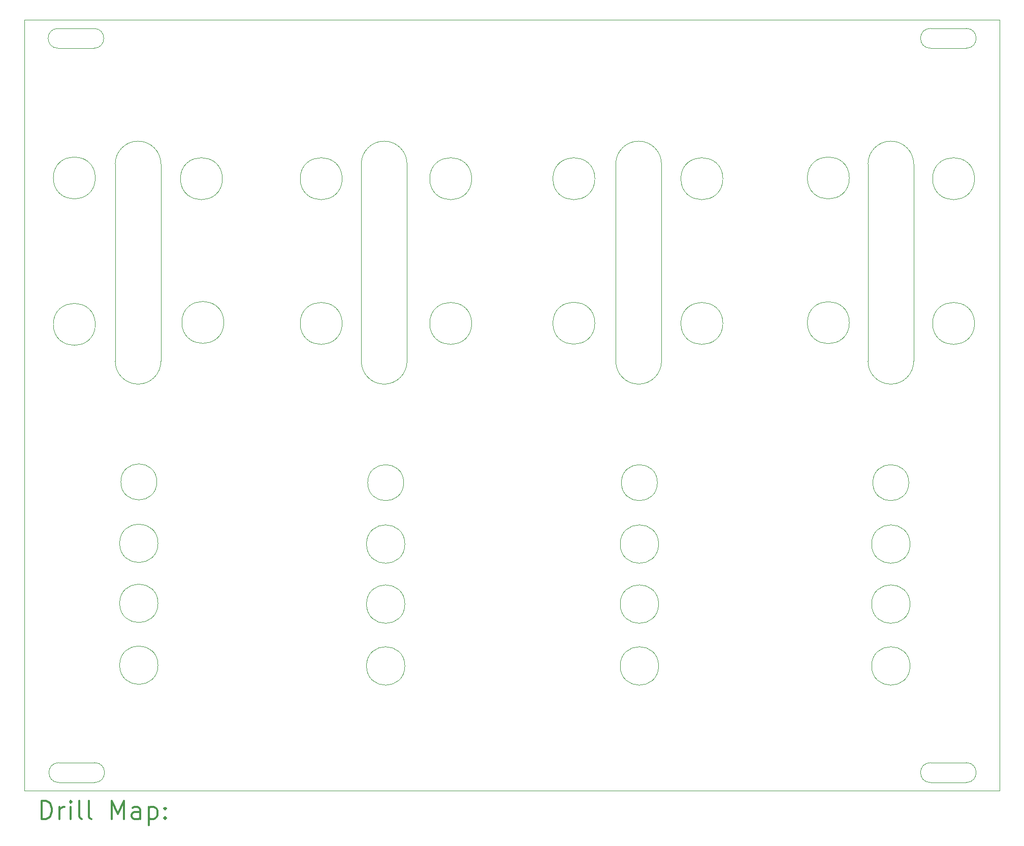
<source format=gbr>
%FSLAX45Y45*%
G04 Gerber Fmt 4.5, Leading zero omitted, Abs format (unit mm)*
G04 Created by KiCad (PCBNEW (5.1.6-0-10_14)) date 2022-01-22 16:54:04*
%MOMM*%
%LPD*%
G01*
G04 APERTURE LIST*
%TA.AperFunction,Profile*%
%ADD10C,0.050000*%
%TD*%
%ADD11C,0.200000*%
%ADD12C,0.300000*%
G04 APERTURE END LIST*
D10*
X16370300Y-18783300D02*
X15773400Y-18783300D01*
X15773400Y-18783300D02*
G75*
G02*
X15773400Y-18453100I0J165100D01*
G01*
X15773400Y-18453100D02*
X16370300Y-18453100D01*
X16370300Y-18453100D02*
G75*
G02*
X16370300Y-18783300I0J-165100D01*
G01*
X1841500Y-18783300D02*
X1244600Y-18783300D01*
X1841500Y-18453100D02*
G75*
G02*
X1841500Y-18783300I0J-165100D01*
G01*
X1244600Y-18453100D02*
X1841500Y-18453100D01*
X1244600Y-18783300D02*
G75*
G02*
X1244600Y-18453100I0J165100D01*
G01*
X16370300Y-6540500D02*
X15773400Y-6540500D01*
X16370300Y-6210300D02*
G75*
G02*
X16370300Y-6540500I0J-165100D01*
G01*
X15773400Y-6210300D02*
X16370300Y-6210300D01*
X15773400Y-6540500D02*
G75*
G02*
X15773400Y-6210300I0J165100D01*
G01*
X1231900Y-6210300D02*
X1828800Y-6210300D01*
X1828800Y-6540500D02*
X1231900Y-6540500D01*
X1231900Y-6540500D02*
G75*
G02*
X1231900Y-6210300I0J165100D01*
G01*
X1828800Y-6210300D02*
G75*
G02*
X1828800Y-6540500I0J-165100D01*
G01*
X673100Y-6070600D02*
X16929100Y-6070600D01*
X673100Y-18923000D02*
X16929100Y-18923000D01*
X673100Y-18923000D02*
X673100Y-6070600D01*
X15494000Y-8470900D02*
X15494000Y-11760200D01*
X15113000Y-8089900D02*
G75*
G02*
X15494000Y-8470900I0J-381000D01*
G01*
X14732000Y-11760200D02*
X14732000Y-8470900D01*
X14732000Y-8470900D02*
G75*
G02*
X15113000Y-8089900I381000J0D01*
G01*
X15494000Y-11760200D02*
G75*
G02*
X15113000Y-12141200I-381000J0D01*
G01*
X15113000Y-12141200D02*
G75*
G02*
X14732000Y-11760200I0J381000D01*
G01*
X11290300Y-8470900D02*
X11290300Y-11760200D01*
X10909300Y-8089900D02*
G75*
G02*
X11290300Y-8470900I0J-381000D01*
G01*
X10528300Y-11760200D02*
X10528300Y-8470900D01*
X10528300Y-8470900D02*
G75*
G02*
X10909300Y-8089900I381000J0D01*
G01*
X11290300Y-11760200D02*
G75*
G02*
X10909300Y-12141200I-381000J0D01*
G01*
X10909300Y-12141200D02*
G75*
G02*
X10528300Y-11760200I0J381000D01*
G01*
X7048500Y-8470900D02*
X7048500Y-11760200D01*
X6667500Y-8089900D02*
G75*
G02*
X7048500Y-8470900I0J-381000D01*
G01*
X6286500Y-11760200D02*
X6286500Y-8470900D01*
X6286500Y-8470900D02*
G75*
G02*
X6667500Y-8089900I381000J0D01*
G01*
X7048500Y-11760200D02*
G75*
G02*
X6667500Y-12141200I-381000J0D01*
G01*
X6667500Y-12141200D02*
G75*
G02*
X6286500Y-11760200I0J381000D01*
G01*
X2946400Y-8470900D02*
X2946400Y-11760200D01*
X2184400Y-11760200D02*
X2184400Y-8470900D01*
X2184400Y-8470900D02*
G75*
G02*
X2565400Y-8089900I381000J0D01*
G01*
X2565400Y-8089900D02*
G75*
G02*
X2946400Y-8470900I0J-381000D01*
G01*
X2946400Y-11760200D02*
G75*
G02*
X2565400Y-12141200I-381000J0D01*
G01*
X2565400Y-12141200D02*
G75*
G02*
X2184400Y-11760200I0J381000D01*
G01*
X2878100Y-13771600D02*
G75*
G03*
X2878100Y-13771600I-300000J0D01*
G01*
X6992900Y-13784300D02*
G75*
G03*
X6992900Y-13784300I-300000J0D01*
G01*
X11222000Y-13784300D02*
G75*
G03*
X11222000Y-13784300I-300000J0D01*
G01*
X15413000Y-13784300D02*
G75*
G03*
X15413000Y-13784300I-300000J0D01*
G01*
X15433000Y-16840200D02*
G75*
G03*
X15433000Y-16840200I-320000J0D01*
G01*
X15433000Y-15809000D02*
G75*
G03*
X15433000Y-15809000I-320000J0D01*
G01*
X15433000Y-14808200D02*
G75*
G03*
X15433000Y-14808200I-320000J0D01*
G01*
X11242000Y-16840200D02*
G75*
G03*
X11242000Y-16840200I-320000J0D01*
G01*
X11242000Y-15809000D02*
G75*
G03*
X11242000Y-15809000I-320000J0D01*
G01*
X11242000Y-14808200D02*
G75*
G03*
X11242000Y-14808200I-320000J0D01*
G01*
X7012900Y-16840200D02*
G75*
G03*
X7012900Y-16840200I-320000J0D01*
G01*
X7012900Y-15809000D02*
G75*
G03*
X7012900Y-15809000I-320000J0D01*
G01*
X7012900Y-14808200D02*
G75*
G03*
X7012900Y-14808200I-320000J0D01*
G01*
X2898100Y-16827500D02*
G75*
G03*
X2898100Y-16827500I-320000J0D01*
G01*
X2898100Y-15796300D02*
G75*
G03*
X2898100Y-15796300I-320000J0D01*
G01*
X2898100Y-14795500D02*
G75*
G03*
X2898100Y-14795500I-320000J0D01*
G01*
X16508600Y-11129200D02*
G75*
G03*
X16508600Y-11129200I-350000J0D01*
G01*
X14421600Y-11116500D02*
G75*
G03*
X14421600Y-11116500I-350000J0D01*
G01*
X16508600Y-8716200D02*
G75*
G03*
X16508600Y-8716200I-350000J0D01*
G01*
X14421600Y-8703500D02*
G75*
G03*
X14421600Y-8703500I-350000J0D01*
G01*
X12313400Y-11129200D02*
G75*
G03*
X12313400Y-11129200I-350000J0D01*
G01*
X12313400Y-8716200D02*
G75*
G03*
X12313400Y-8716200I-350000J0D01*
G01*
X10179800Y-8716200D02*
G75*
G03*
X10179800Y-8716200I-350000J0D01*
G01*
X10179800Y-11125200D02*
G75*
G03*
X10179800Y-11125200I-350000J0D01*
G01*
X8126600Y-11129200D02*
G75*
G03*
X8126600Y-11129200I-350000J0D01*
G01*
X8126600Y-8716200D02*
G75*
G03*
X8126600Y-8716200I-350000J0D01*
G01*
X5967600Y-11129200D02*
G75*
G03*
X5967600Y-11129200I-350000J0D01*
G01*
X5967600Y-8716200D02*
G75*
G03*
X5967600Y-8716200I-350000J0D01*
G01*
X3994900Y-11112500D02*
G75*
G03*
X3994900Y-11112500I-350000J0D01*
G01*
X1852800Y-11145000D02*
G75*
G03*
X1852800Y-11145000I-350000J0D01*
G01*
X3971600Y-8716200D02*
G75*
G03*
X3971600Y-8716200I-350000J0D01*
G01*
X1852800Y-8703500D02*
G75*
G03*
X1852800Y-8703500I-350000J0D01*
G01*
X16929100Y-18923000D02*
X16929100Y-6070600D01*
D11*
D12*
X957028Y-19391214D02*
X957028Y-19091214D01*
X1028457Y-19091214D01*
X1071314Y-19105500D01*
X1099886Y-19134072D01*
X1114171Y-19162643D01*
X1128457Y-19219786D01*
X1128457Y-19262643D01*
X1114171Y-19319786D01*
X1099886Y-19348357D01*
X1071314Y-19376929D01*
X1028457Y-19391214D01*
X957028Y-19391214D01*
X1257028Y-19391214D02*
X1257028Y-19191214D01*
X1257028Y-19248357D02*
X1271314Y-19219786D01*
X1285600Y-19205500D01*
X1314171Y-19191214D01*
X1342743Y-19191214D01*
X1442743Y-19391214D02*
X1442743Y-19191214D01*
X1442743Y-19091214D02*
X1428457Y-19105500D01*
X1442743Y-19119786D01*
X1457028Y-19105500D01*
X1442743Y-19091214D01*
X1442743Y-19119786D01*
X1628457Y-19391214D02*
X1599886Y-19376929D01*
X1585600Y-19348357D01*
X1585600Y-19091214D01*
X1785600Y-19391214D02*
X1757028Y-19376929D01*
X1742743Y-19348357D01*
X1742743Y-19091214D01*
X2128457Y-19391214D02*
X2128457Y-19091214D01*
X2228457Y-19305500D01*
X2328457Y-19091214D01*
X2328457Y-19391214D01*
X2599886Y-19391214D02*
X2599886Y-19234072D01*
X2585600Y-19205500D01*
X2557028Y-19191214D01*
X2499886Y-19191214D01*
X2471314Y-19205500D01*
X2599886Y-19376929D02*
X2571314Y-19391214D01*
X2499886Y-19391214D01*
X2471314Y-19376929D01*
X2457028Y-19348357D01*
X2457028Y-19319786D01*
X2471314Y-19291214D01*
X2499886Y-19276929D01*
X2571314Y-19276929D01*
X2599886Y-19262643D01*
X2742743Y-19191214D02*
X2742743Y-19491214D01*
X2742743Y-19205500D02*
X2771314Y-19191214D01*
X2828457Y-19191214D01*
X2857028Y-19205500D01*
X2871314Y-19219786D01*
X2885600Y-19248357D01*
X2885600Y-19334072D01*
X2871314Y-19362643D01*
X2857028Y-19376929D01*
X2828457Y-19391214D01*
X2771314Y-19391214D01*
X2742743Y-19376929D01*
X3014171Y-19362643D02*
X3028457Y-19376929D01*
X3014171Y-19391214D01*
X2999886Y-19376929D01*
X3014171Y-19362643D01*
X3014171Y-19391214D01*
X3014171Y-19205500D02*
X3028457Y-19219786D01*
X3014171Y-19234072D01*
X2999886Y-19219786D01*
X3014171Y-19205500D01*
X3014171Y-19234072D01*
M02*

</source>
